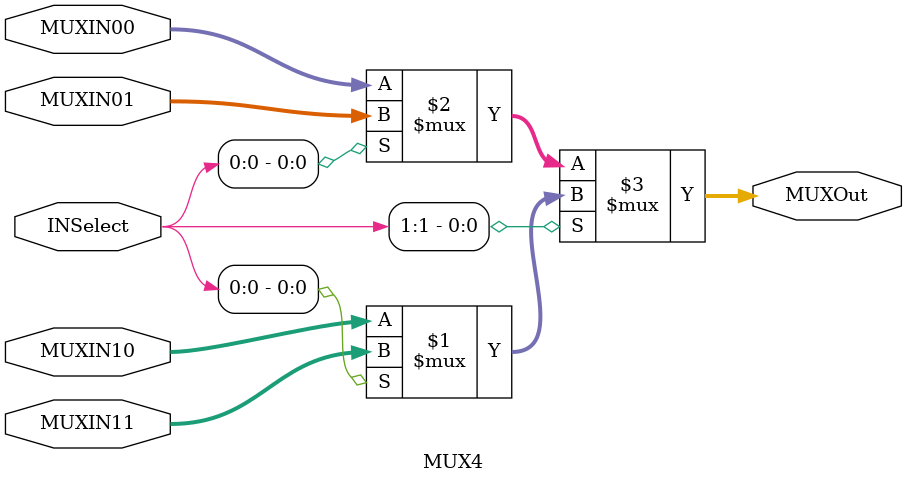
<source format=v>
`timescale 1ns / 1ps


module MUX4#(parameter Size = 32)(
    input [1:0] INSelect,
    input [Size-1:0] MUXIN00,
    input [Size-1:0] MUXIN01,
    input [Size-1:0] MUXIN10,
    input [Size-1:0] MUXIN11,
    output [Size-1:0] MUXOut
    );
    assign MUXOut = INSelect[1] ? (INSelect[0] ? MUXIN11 : MUXIN10) : (INSelect[0] ? MUXIN01 : MUXIN00);
endmodule

</source>
